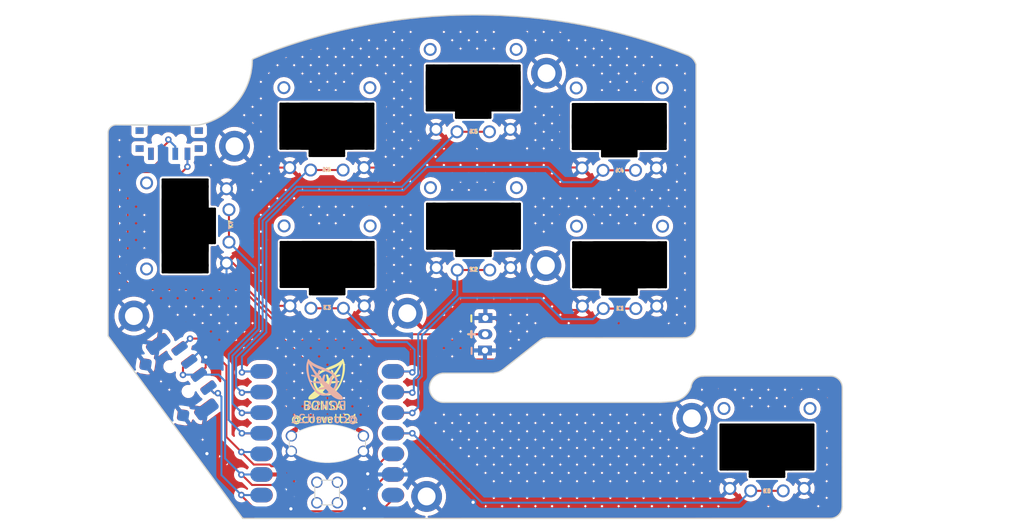
<source format=kicad_pcb>
(kicad_pcb (version 20240108) (generator "pcbnew") (generator_version "8.0")
  (title_block (title "Bonsai") (date "2024-07-03") (rev "v1") (company "Sprinkle"))
  (layers (0 "F.Cu" signal) (31 "B.Cu" signal) (34 "B.Paste" user) (35 "F.Paste" user) (36 "B.SilkS" user "B.Silkscreen") (37 "F.SilkS" user "F.Silkscreen") (38 "B.Mask" user) (39 "F.Mask" user) (44 "Edge.Cuts" user))
  (net 0 "")
  (net 1 "K5")
  (net 2 "GND")
  (net 3 "K6")
  (net 4 "K7")
  (net 5 "K1")
  (net 6 "K0")
  (net 7 "K2")
  (net 8 "K3")
  (net 9 "K4")
  (net 10 "Bat+")
  (net 11 "RAW")
  (net 12 "F1")
  (net 13 "F2")
  (net 14 "F3")
  (footprint "pg1232:pg1232-R" (layer "F.Cu") (at 40.5664 44.389)
    (property "Reference" "REF**" (hide yes))
    (property "Value" "pg1232-R")
  )
  (footprint "pg1232:pg1232-R" (layer "F.Cu") (at 76.5664 27.389)
    (property "Reference" "REF**" (hide yes))
    (property "Value" "pg1232-R")
  )
  (footprint "Button_Switch_SMD:SW_SPDT_PCM12" (layer "F.Cu") (at 21.1 29.325 180)
    (property "Reference" "REF**")
    (property "Value" "SW_SPDT_PCM12")
  )
  (footprint "MountingHole:MountingHole_2.2mm_M2_DIN965_Pad" (layer "F.Cu") (at 67.525 44.525)
    (property "Reference" "REF**")
    (property "Value" "MountingHole_2.2mm_M2_DIN965_Pad")
  )
  (footprint "LOGO" (layer "F.Cu") (at 40.509897 58.529645)
    (property "Reference" "G***")
    (property "Value" "LOGO" (hide yes))
  )
  (footprint "pg1232:pg1232-R" (layer "F.Cu") (at 94.7664 66.889)
    (property "Reference" "REF**" (hide yes))
    (property "Value" "pg1232-R")
  )
  (footprint "MountingHole:MountingHole_2.2mm_M2_DIN965_Pad" (layer "F.Cu") (at 85.5 63.35)
    (property "Reference" "REF**")
    (property "Value" "MountingHole_2.2mm_M2_DIN965_Pad")
  )
  (footprint "footprints:SLLB510100" (layer "F.Cu") (at 23.098486 57.903767 126.4)
    (property "Reference" "REF**")
    (property "Value" "SLLB510100")
  )
  (footprint "MountingHole:MountingHole_2.2mm_M2_DIN965_Pad" (layer "F.Cu") (at 52.825 72.975)
    (property "Reference" "REF**")
    (property "Value" "MountingHole_2.2mm_M2_DIN965_Pad")
  )
  (footprint "pg1232:pg1232-R" (layer "F.Cu") (at 58.6 39.675)
    (property "Reference" "REF**" (hide yes))
    (property "Value" "pg1232-R")
  )
  (footprint "pg1232:pg1232-R" (layer "F.Cu") (at 40.5328 27.353)
    (property "Reference" "REF**" (hide yes))
    (property "Value" "pg1232-R")
  )
  (footprint "" (layer "F.Cu") (at 50.45 50.4)
    (property "Reference" "")
    (property "Value" "")
  )
  (footprint "footprints:JST_PH_S2B-PH-K_02x2.00mm_Angled" (layer "F.Cu") (at 60.0664 50.989 -90)
    (property "Reference" "REF**")
    (property "Value" "JST_PH_S2B-PH-K_02x2.00mm_Angled")
  )
  (footprint "MountingHole:MountingHole_2.2mm_M2_DIN965_Pad" (layer "F.Cu") (at 29.15 29.825)
    (property "Reference" "REF**")
    (property "Value" "MountingHole_2.2mm_M2_DIN965_Pad")
  )
  (footprint "MountingHole:MountingHole_2.2mm_M2_DIN965_Pad" (layer "F.Cu") (at 67.6 20.825)
    (property "Reference" "REF**")
    (property "Value" "MountingHole_2.2mm_M2_DIN965_Pad")
  )
  (footprint "MountingHole:MountingHole_2.2mm_M2_DIN965_Pad" (layer "F.Cu") (at 16.75 50.75)
    (property "Reference" "REF**")
    (property "Value" "MountingHole_2.2mm_M2_DIN965_Pad")
  )
  (footprint "pg1232:pg1232-R" (layer "F.Cu") (at 58.5664 22.639)
    (property "Reference" "REF**" (hide yes))
    (property "Value" "pg1232-R")
  )
  (footprint "pg1232:pg1232-R" (layer "F.Cu") (at 76.6 44.425)
    (property "Reference" "REF**" (hide yes))
    (property "Value" "pg1232-R")
  )
  (footprint "mcu:xiao-ble-smd-cutout" (layer "F.Cu") (at 40.59644 65.193 180)
    (property "Reference" "U?" (hide yes))
    (property "Value" "xiao-ble-thruhole" (hide yes))
    (fp_line (start 4.699 -1.7902) (end 4.699 -0.7488) (stroke (width 0.12)) (layer "Edge.Cuts"))
    (fp_line (start -4.699 -0.7488) (end -4.699 -1.7902) (stroke (width 0.12)) (layer "Edge.Cuts"))
    (fp_arc (start 4.699 -1.7902) (mid 4.095393 -1.872393) (end 4.0132 -2.476) (stroke (width 0.12)) (layer "Edge.Cuts"))
    (fp_arc (start 4.0132 -0.063) (mid 4.095393 -0.666607) (end 4.699 -0.7488) (stroke (width 0.12)) (layer "Edge.Cuts"))
    (fp_arc (start 4.013199 -0.063001) (mid 0 1.03721) (end -4.013199 -0.063001) (stroke (width 0.05)) (layer "Edge.Cuts"))
    (fp_arc (start -4.0132 -2.476) (mid 0 -3.582295) (end 4.0132 -2.476) (stroke (width 0.05)) (layer "Edge.Cuts"))
    (fp_arc (start -4.0132 -2.476) (mid -4.095391 -1.872391) (end -4.699 -1.7902) (stroke (width 0.12)) (layer "Edge.Cuts"))
    (fp_arc (start -4.699 -0.7488) (mid -4.095391 -0.666609) (end -4.0132 -0.063) (stroke (width 0.12)) (layer "Edge.Cuts"))
  )
  (footprint "pg1232:pg1232-R" (layer "F.Cu") (at 23.0664 39.639 90)
    (property "Reference" "REF**" (hide yes))
    (property "Value" "pg1232-R")
  )
  (footprint "LOGO" (layer "B.Cu") (at 40.25 58.55 180)
    (property "Reference" "G***")
    (property "Value" "LOGO" (hide yes))
  )
  (footprint "mcu:xiao-ble-smd-cutout" (layer "B.Cu") (at 40.5664 65.189)
    (property "Reference" "U?" (hide yes))
    (property "Value" "xiao-ble-thruhole" (hide yes))
    (fp_line (start -1.524 8.1402) (end -1.524 6.4638) (stroke (width 0.12)) (layer "Edge.Cuts"))
    (fp_line (start 0.8382 5.778) (end -0.8382 5.778) (stroke (width 0.12)) (layer "Edge.Cuts"))
    (fp_line (start 0.8382 8.826) (end -0.8382 8.826) (stroke (width 0.12)) (layer "Edge.Cuts"))
    (fp_line (start 1.524 8.1402) (end 1.524 6.4638) (stroke (width 0.12)) (layer "Edge.Cuts"))
    (fp_arc (start -1.524 8.1402) (mid -0.920391 8.222391) (end -0.8382 8.826) (stroke (width 0.12)) (layer "Edge.Cuts"))
    (fp_arc (start -0.8382 5.778) (mid -0.920391 6.381609) (end -1.524 6.4638) (stroke (width 0.12)) (layer "Edge.Cuts"))
    (fp_arc (start 0.8382 8.826) (mid 0.920393 8.222393) (end 1.524 8.1402) (stroke (width 0.12)) (layer "Edge.Cuts"))
    (fp_arc (start 1.524 6.4638) (mid 0.920393 6.381607) (end 0.8382 5.778) (stroke (width 0.12)) (layer "Edge.Cuts"))
  )
  (footprint "Button_Switch_SMD:SW_SPDT_PCM12" (layer "B.Cu") (at 21.100001 29.325)
    (property "Reference" "REF**")
    (property "Value" "SW_SPDT_PCM12")
  )
  (footprint "footprints:SLLB510100" (layer "B.Cu") (at 23.13239 57.93588 -53.6)
    (property "Reference" "REF**")
    (property "Value" "SLLB510100")
  )
  (footprint "footprints:JST_PH_S2B-PH-K_02x2.00mm_Angled" (layer "B.Cu") (at 60.0164 54.989 90)
    (property "Reference" "REF**")
    (property "Value" "JST_PH_S2B-PH-K_02x2.00mm_Angled")
  )
  (gr_arc (start 54.9664 61.389) (mid 53.1664 59.589) (end 54.9664 57.789) (stroke (width 0.15)) (layer "Edge.Cuts"))
  (gr_arc (start 102.583601 58.133601) (mid 103.620501 58.5631) (end 104.05 59.6) (stroke (width 0.15)) (layer "Edge.Cuts"))
  (gr_arc (start 31.341848 19.159238) (mid 29.483253 24.357947) (end 24.75 27.2) (stroke (width 0.15)) (layer "Edge.Cuts"))
  (gr_arc (start 86.029499 51.963099) (mid 85.6 53) (end 84.563099 53.429499) (stroke (width 0.15)) (layer "Edge.Cuts"))
  (gr_line (start 62.15 57.4) (end 61.7 57.65) (stroke (width 0.15)) (layer "Edge.Cuts"))
  (gr_arc (start 84.853758 18.540358) (mid 85.587618 19.007081) (end 86.029139 19.756374) (stroke (width 0.15)) (layer "Edge.Cuts"))
  (gr_line (start 61.05 57.789) (end 54.9664 57.789) (stroke (width 0.15)) (layer "Edge.Cuts"))
  (gr_line (start 81.5664 61.389) (end 54.9664 61.389) (stroke (width 0.15)) (layer "Edge.Cuts"))
  (gr_line (start 31.341848 19.159238) (end 31.45 19.05) (stroke (width 0.15)) (layer "Edge.Cuts"))
  (gr_line (start 104.05 59.6) (end 104.029499 74.213099) (stroke (width 0.15)) (layer "Edge.Cuts"))
  (gr_line (start 61.7 57.65) (end 61.05 57.789) (stroke (width 0.15)) (layer "Edge.Cuts"))
  (gr_line (start 31.45 19.05) (end 32.75 18.5) (stroke (width 0.15)) (layer "Edge.Cuts"))
  (gr_line (start 24.174552 27.229762) (end 24.75 27.2) (stroke (width 0.15)) (layer "Edge.Cuts"))
  (gr_line (start 84.563099 53.429499) (end 67.565721 53.43765) (stroke (width 0.15)) (layer "Edge.Cuts"))
  (gr_arc (start 13.5664 28.189) (mid 13.859293 27.481893) (end 14.5664 27.189) (stroke (width 0.15)) (layer "Edge.Cuts"))
  (gr_arc (start 32.75 18.5) (mid 58.805665 13.632087) (end 84.853758 18.540357) (stroke (width 0.15)) (layer "Edge.Cuts"))
  (gr_line (start 13.5664 53.189) (end 13.5664 28.189) (stroke (width 0.15)) (layer "Edge.Cuts"))
  (gr_arc (start 104.029499 74.213099) (mid 103.6 75.25) (end 102.563099 75.679499) (stroke (width 0.15)) (layer "Edge.Cuts"))
  (gr_line (start 67.565721 53.43765) (end 67.2 53.494083) (stroke (width 0.15)) (layer "Edge.Cuts"))
  (gr_line (start 66.9 53.65) (end 62.15 57.4) (stroke (width 0.15)) (layer "Edge.Cuts"))
  (gr_line (start 102.563099 75.679499) (end 30.1664 75.689) (stroke (width 0.15)) (layer "Edge.Cuts"))
  (gr_arc (start 85.412179 59.473559) (mid 85.886392 58.546667) (end 86.850086 58.152585) (stroke (width 0.15)) (layer "Edge.Cuts"))
  (gr_arc (start 85.412178 59.473559) (mid 84.509823 60.727429) (end 83.067799 61.281507) (stroke (width 0.15)) (layer "Edge.Cuts"))
  (gr_line (start 87.15 58.133601) (end 102.583601 58.133601) (stroke (width 0.15)) (layer "Edge.Cuts"))
  (gr_line (start 86.029139 19.756374) (end 86.029499 51.963099) (stroke (width 0.15)) (layer "Edge.Cuts"))
  (gr_line (start 67.2 53.494083) (end 66.9 53.65) (stroke (width 0.15)) (layer "Edge.Cuts"))
  (gr_line (start 86.850086 58.152585) (end 87.15 58.133601) (stroke (width 0.15)) (layer "Edge.Cuts"))
  (gr_line (start 81.5664 61.389) (end 83.067799 61.281508) (stroke (width 0.15)) (layer "Edge.Cuts"))
  (gr_line (start 13.5664 53.189) (end 30.1664 75.689) (stroke (width 0.15)) (layer "Edge.Cuts"))
  (gr_line (start 14.5664 27.189) (end 24.174552 27.229762) (stroke (width 0.15)) (layer "Edge.Cuts"))
  (gr_text "K5" (at 59.1 28.3 0) (layer "B.SilkS") (effects (font (size 0.5 0.5)) (justify left bottom mirror)))
  (gr_text "K6" (at 41 33 -0) (layer "B.SilkS") (effects (font (size 0.5 0.5)) (justify left bottom mirror)))
  (gr_text "K2" (at 59.1 45.3 0) (layer "B.SilkS") (effects (font (size 0.5 0.5)) (justify left bottom mirror)))
  (gr_text "BONSAI\n@corvett21" (at 40.225 64 -0) (layer "B.SilkS") (effects (font (size 1 1)) (justify bottom mirror)))
  (gr_text "-" (at 57.85 54.25 -90) (layer "B.SilkS") (effects (font (size 1 1) (thickness 0.25) (bold yes)) (justify left bottom)))
  (gr_text "K7" (at 29 39 90) (layer "B.SilkS") (effects (font (size 0.5 0.5)) (justify left bottom mirror)))
  (gr_text "+" (at 57.6 53.5 -0) (layer "B.SilkS") (effects (font (size 1 1) (thickness 0.25) (bold yes)) (justify left bottom)))
  (gr_text "K3" (at 41.1164 50 0) (layer "B.SilkS") (effects (font (size 0.5 0.5)) (justify left bottom mirror)))
  (gr_text "K4" (at 77.1 33.1 -0) (layer "B.SilkS") (effects (font (size 0.5 0.5)) (justify left bottom mirror)))
  (gr_text "K0" (at 95.3 72.6 0) (layer "B.SilkS") (effects (font (size 0.5 0.5)) (justify left bottom mirror)))
  (gr_text "K1" (at 77.2 50.1 0) (layer "B.SilkS") (effects (font (size 0.5 0.5)) (justify left bottom mirror)))
  (gr_text "K3" (at 40 50 0) (layer "F.SilkS") (effects (font (size 0.5 0.5)) (justify left bottom)))
  (gr_text "+" (at 59.1 53.5 0) (layer "F.SilkS") (effects (font (size 1 1) (thickness 0.25) (bold yes)) (justify left bottom mirror)))
  (gr_text "-" (at 58.85 50.25 90) (layer "F.SilkS") (effects (font (size 1 1) (thickness 0.25) (bold yes)) (justify left bottom mirror)))
  (gr_text "K0" (at 94.2 72.6 0) (layer "F.SilkS") (effects (font (size 0.5 0.5)) (justify left bottom)))
  (gr_text "K1" (at 76.1 50.1 0) (layer "F.SilkS") (effects (font (size 0.5 0.5)) (justify left bottom)))
  (gr_text "BONSAI\n@corvett21" (at 40.275 64 0) (layer "F.SilkS") (effects (font (size 1 1)) (justify bottom)))
  (gr_text "K5" (at 58.1 28.3 0) (layer "F.SilkS") (effects (font (size 0.5 0.5)) (justify left bottom)))
  (gr_text "K2" (at 58.1 45.3 0) (layer "F.SilkS") (effects (font (size 0.5 0.5)) (justify left bottom)))
  (gr_text "K6" (at 40 33 0) (layer "F.SilkS") (effects (font (size 0.5 0.5)) (justify left bottom)))
  (gr_text "K7" (at 29 40 90) (layer "F.SilkS") (effects (font (size 0.5 0.5)) (justify left bottom)))
  (gr_text "K4" (at 76.1 33.1 0) (layer "F.SilkS") (effects (font (size 0.5 0.5)) (justify left bottom)))
  (segment (start 30.1264 60.129) (end 30.0664 60.189) (width 0.25) (layer "F.Cu") (net 1))
  (segment (start 56.5664 28.039) (end 60.5664 28.039) (width 0.25) (layer "F.Cu") (net 1))
  (segment (start 32.02648 60.129) (end 30.1264 60.129) (width 0.25) (layer "F.Cu") (net 1))
  (via (at 30.0664 60.189) (size 0.8) (drill 0.4) (layers "F.Cu" "B.Cu") (net 1))
  (segment (start 36.794004 34.825) (end 49.7804 34.825) (width 0.25) (layer "B.Cu") (net 1))
  (segment (start 32.6164 52.561792) (end 32.6164 39.002604) (width 0.25) (layer "B.Cu") (net 1))
  (segment (start 30.1464 60.109) (end 30.0664 60.189) (width 0.25) (layer "B.Cu") (net 1))
  (segment (start 49.7804 34.825) (end 56.5664 28.039) (width 0.25) (layer "B.Cu") (net 1))
  (segment (start 29.3414 55.836792) (end 32.6164 52.561792) (width 0.25) (layer "B.Cu") (net 1))
  (segment (start 31.99644 60.109) (end 30.1464 60.109) (width 0.25) (layer "B.Cu") (net 1))
  (segment (start 29.3414 59.464) (end 29.3414 55.836792) (width 0.25) (layer "B.Cu") (net 1))
  (segment (start 30.0664 60.189) (end 29.3414 59.464) (width 0.25) (layer "B.Cu") (net 1))
  (segment (start 32.6164 39.002604) (end 36.794004 34.825) (width 0.25) (layer "B.Cu") (net 1))
  (segment (start 61.6 51.4) (end 61.6 54.8) (width 0.25) (layer "F.Cu") (net 2))
  (segment (start 45.1464 49.489) (end 45.1464 49.4536) (width 0.25) (layer "F.Cu") (net 2))
  (segment (start 37.7998 34.3) (end 35.9528 32.453) (width 0.25) (layer "F.Cu") (net 2))
  (segment (start 51.05 43.55) (end 52.795 43.55) (width 0.25) (layer "F.Cu") (net 2))
  (segment (start 45.2174 69.84) (end 35.66 69.84) (width 0.25) (layer "F.Cu") (net 2))
  (segment (start 55.92 46.675) (end 61.28 46.675) (width 0.25) (layer "F.Cu") (net 2))
  (segment (start 61.189 50.989) (end 61.6 51.4) (width 0.25) (layer "F.Cu") (net 2))
  (segment (start 66.466 50.989) (end 60.0664 50.989) (width 0.25) (layer "F.Cu") (net 2))
  (segment (start 58.551047 73.698953) (end 57.948953 73.698953) (width 0.25) (layer "F.Cu") (net 2))
  (segment (start 61.411 54.989) (end 60.0164 54.989) (width 0.25) (layer "F.Cu") (net 2))
  (segment (start 79.3854 34.25) (end 73.7474 34.25) (width 0.25) (layer "F.Cu") (net 2))
  (segment (start 74.245 51.75) (end 78.955 51.75) (width 0.25) (layer "F.Cu") (net 2))
  (segment (start 71.9364 32.439) (end 71.9864 32.489) (width 0.25) (layer "F.Cu") (net 2))
  (segment (start 52.3664 58.889) (end 56.2664 54.989) (width 0.25) (layer "F.Cu") (net 2))
  (segment (start 37.9724 51.475) (end 35.9864 49.489) (width 0.25) (layer "F.Cu") (net 2))
  (segment (start 53.9864 27.739) (end 55.7474 29.5) (width 0.25) (layer "F.Cu") (net 2))
  (segment (start 45.1464 49.4536) (end 51.05 43.55) (width 0.25) (layer "F.Cu") (net 2))
  (segment (start 61.28 46.675) (end 63.18 44.775) (width 0.25) (layer "F.Cu") (net 2))
  (segment (start 58.602094 73.75) (end 88.4254 73.75) (width 0.25) (layer "F.Cu") (net 2))
  (segment (start 71.545 50) (end 68.2025 50) (width 0.25) (layer "F.Cu") (net 2))
  (segment (start 45.1128 32.453) (end 49.2724 32.453) (width 0.25) (layer "F.Cu") (net 2))
  (segment (start 30.7724 32.453) (end 28.1664 35.059) (width 0.25) (layer "F.Cu") (net 2))
  (segment (start 67.7275 49.7275) (end 66.466 50.989) (width 0.25) (layer "F.Cu") (net 2))
  (segment (start 55.1554 56.1) (end 61.355 56.1) (width 0.25) (layer "F.Cu") (net 2))
  (segment (start 68.0177 32.439) (end 71.9364 32.439) (width 0.25) (layer "F.Cu") (net 2))
  (segment (start 28.969 44.219) (end 28.1664 44.219) (width 0.25) (layer "F.Cu") (net 2))
  (segment (start 56.2664 54.989) (end 60.0164 54.989) (width 0.25) (layer "F.Cu") (net 2))
  (segment (start 68.2025 50) (end 67.22625 49.02375) (width 0.25) (layer "F.Cu") (net 2))
  (segment (start 60.0664 50.989) (end 61.189 50.989) (width 0.25) (layer "F.Cu") (net 2))
  (segment (start 61.3854 29.5) (end 63.1464 27.739) (width 0.25) (layer "F.Cu") (net 2))
  (segment (start 45.5664 70.189) (end 45.2174 69.84) (width 0.25) (layer "F.Cu") (net 2))
  (segment (start 34.239 49.489) (end 28.969 44.219) (width 0.25) (layer "F.Cu") (net 2))
  (segment (start 45.1464 49.489) (end 43.1604 51.475) (width 0.25) (layer "F.Cu") (net 2))
  (segment (start 63.18 44.775) (end 63.18 44.9775) (width 0.25) (layer "F.Cu") (net 2))
  (segment (start 55.7474 29.5) (end 61.3854 29.5) (width 0.25) (layer "F.Cu") (net 2))
  (segment (start 58.551047 73.698953) (end 58.602094 73.75) (width 0.25) (layer "F.Cu") (net 2))
  (segment (start 52.3664 68.1164) (end 52.3664 58.889) (width 0.25) (layer "F.Cu") (net 2))
  (segment (start 25.6 57.075483) (end 24.738267 57.937216) (width 0.25) (layer "F.Cu") (net 2))
  (segment (start 57.948953 73.698953) (end 52.3664 68.1164) (width 0.25) (layer "F.Cu") (net 2))
  (segment (start 55.1527 56.1027) (end 55.1554 56.1) (width 0.25) (layer "F.Cu") (net 2))
  (segment (start 43.1604 51.475) (end 37.9724 51.475) (width 0.25) (layer "F.Cu") (net 2))
  (segment (start 49.2724 32.453) (end 53.9864 27.739) (width 0.25) (layer "F.Cu") (net 2))
  (segment (start 97.4854 73.85) (end 99.3464 71.989) (width 0.25) (layer "F.Cu") (net 2))
  (segment (start 35.66 69.84) (end 35.227 70.273) (width 0.25) (layer "F.Cu") (net 2))
  (segment (start 63.1464 27.739) (end 63.3177 27.739) (width 0.25) (layer "F.Cu") (net 2))
  (segment (start 28.1664 35.059) (end 30.35 37.2426) (width 0.25) (layer "F.Cu") (net 2))
  (segment (start 72.02 49.525) (end 74.245 51.75) (width 0.25) (layer "F.Cu") (net 2))
  (segment (start 30.35 37.2426) (end 30.35 42.0354) (width 0.25) (layer "F.Cu") (net 2))
  (segment (start 32.02648 70.289) (end 32.47548 69.84) (width 0.25) (layer "F.Cu") (net 2))
  (segment (start 61.6 54.8) (end 61.411 54.989) (width 0.25) (layer "F.Cu") (net 2))
  (segment (start 63.3177 27.739) (end 68.0177 32.439) (width 0.25) (layer "F.Cu") (net 2))
  (segment (start 73.7474 34.25) (end 71.9864 32.489) (width 0.25) (layer "F.Cu") (net 2))
  (segment (start 61.355 56.1) (end 66.466 50.989) (width 0.25) (layer "F.Cu") (net 2))
  (segment (start 45.1128 32.453) (end 43.2658 34.3) (width 0.25) (layer "F.Cu") (net 2))
  (segment (start 63.18 44.9775) (end 67.7275 49.525) (width 0.25) (layer "F.Cu") (net 2))
  (segment (start 25.6 55.8) (end 25.6 57.075483) (width 0.25) (layer "F.Cu") (net 2))
  (segment (start 81.1464 32.489) (end 79.3854 34.25) (width 0.25) (layer "F.Cu") (net 2))
  (segment (start 43.2658 34.3) (end 37.7998 34.3) (width 0.25) (layer "F.Cu") (net 2))
  (segment (start 54.02 44.775) (end 55.92 46.675) (width 0.25) (layer "F.Cu") (net 2))
  (segment (start 52.795 43.55) (end 54.02 44.775) (width 0.25) (layer "F.Cu") (net 2))
  (segment (start 35.227 70.273) (end 32.02648 70.273) (width 0.25) (layer "F.Cu") (net 2))
  (segment (start 92.0474 73.85) (end 97.4854 73.85) (width 0.25) (layer "F.Cu") (net 2))
  (segment (start 78.955 51.75) (end 81.18 49.525) (width 0.25) (layer "F.Cu") (net 2))
  (segment (start 67.7275 49.525) (end 67.7275 49.7275) (width 0.25) (layer "F.Cu") (net 2))
  (segment (start 35.9864 49.489) (end 34.239 49.489) (width 0.25) (layer "F.Cu") (net 2))
  (segment (start 90.1864 71.989) (end 92.0474 73.85) (width 0.25) (layer "F.Cu") (net 2))
  (segment (start 30.35 42.0354) (end 28.1664 44.219) (width 0.25) (layer "F.Cu") (net 2))
  (segment (start 88.4254 73.75) (end 90.1864 71.989) (width 0.25) (layer "F.Cu") (net 2))
  (segment (start 72.02 49.525) (end 71.545 50) (width 0.25) (layer "F.Cu") (net 2))
  (segment (start 35.9528 32.453) (end 30.7724 32.453) (width 0.25) (layer "F.Cu") (net 2))
  (via (at 36.1 74.5) (size 0.8) (drill 0.4) (layers "F.Cu" "B.Cu") (net 2))
  (via (at 25.75 67.7) (size 0.8) (drill 0.4) (layers "F.Cu" "B.Cu") (net 2))
  (via (at 25.6 55.8) (size 0.8) (drill 0.4) (layers "F.Cu" "B.Cu") (net 2))
  (via (at 45.15 74.45) (size 0.8) (drill 0.4) (layers "F.Cu" "B.Cu") (net 2))
  (via (at 45.5664 70.189) (size 0.8) (drill 0.4) (layers "F.Cu" "B.Cu") (net 2))
  (via (at 58.551047 73.698953) (size 0.8) (drill 0.4) (layers "F.Cu" "B.Cu") (net 2))
  (segment (start 50.10536 69.3) (end 49.13636 70.269) (width 0.25) (layer "B.Cu") (net 2))
  (segment (start 26.072441 55.327559) (end 25.6 55.8) (width 0.25) (layer "B.Cu") (net 2))
  (segment (start 36.677678 68.072322) (end 37.855356 69.25) (width 0.25) (layer "B.Cu") (net 2))
  (segment (start 37.855356 69.25) (end 43.4 69.25) (width 0.25) (layer "B.Cu") (net 2))
  (segment (start 36.1214 67.411) (end 36.1214 67.516043) (width 0.25) (layer "B.Cu") (net 2))
  (segment (start 45.04144 67.60856) (end 45.04144 67.415) (width 0.25) (layer "B.Cu") (net 2))
  (segment (start 54.1 69.3) (end 50.10536 69.3) (width 0.25) (layer "B.Cu") (net 2))
  (segment (start 49.13636 70.269) (end 45.6464 70.269) (width 0.25) (layer "B.Cu") (net 2))
  (segment (start 43.4 69.25) (end 44.05 68.6) (width 0.25) (layer "B.Cu") (net 2))
  (segment (start 44.05 68.6) (end 45.5664 70.1164) (width 0.25) (layer "B.Cu") (net 2))
  (segment (start 36.15144 67.415) (end 36.15144 67.546084) (width 0.25) (layer "B.Cu") (net 2))
  (segment (start 44.05 68.6) (end 45.04144 67.60856) (width 0.25) (layer "B.Cu") (net 2))
  (segment (start 28.1664 44.219) (end 28.1664 51.778483) (width 0.25) (layer "B.Cu") (net 2))
  (segment (start 58.551047 73.698953) (end 58.498953 73.698953) (width 0.25) (layer "B.Cu") (net 2))
  (segment (start 36.1214 67.516043) (end 36.677678 68.072322) (width 0.25) (layer "B.Cu") (net 2))
  (segment (start 26.072441 53.872441) (end 23.585337 56.359546) (width 0.25) (layer "B.Cu") (net 2))
  (segment (start 45.5664 70.1164) (end 45.5664 70.189) (width 0.25) (layer "B.Cu") (net 2))
  (segment (start 45.6464 70.269) (end 45.5664 70.189) (width 0.25) (layer "B.Cu") (net 2))
  (segment (start 36.15144 67.546084) (end 36.677678 68.072322) (width 0.25) (layer "B.Cu") (net 2))
  (segment (start 28.1664 51.778483) (end 26.072441 53.872441) (width 0.25) (layer "B.Cu") (net 2))
  (segment (start 26.072441 53.872441) (end 26.072441 55.327559) (width 0.25) (layer "B.Cu") (net 2))
  (segment (start 58.498953 73.698953) (end 54.1 69.3) (width 0.25) (layer "B.Cu") (net 2))
  (segment (start 38.5328 32.753) (end 42.5328 32.753) (width 0.25) (layer "F.Cu") (net 3))
  (segment (start 32.02648 62.669) (end 30.0864 62.669) (width 0.25) (layer "F.Cu") (net 3))
  (segment (start 30.0864 62.669) (end 30.0664 62.689) (width 0.25) (layer "F.Cu") (net 3))
  (via (at 30.0664 62.689) (size 0.8) (drill 0.4) (layers "F.Cu" "B.Cu") (net 3))
  (segment (start 30.0664 62.689) (end 28.8914 61.514) (width 0.25) (layer "B.Cu") (net 3))
  (segment (start 30.1064 62.649) (end 30.0664 62.689) (width 0.25) (layer "B.Cu") (net 3))
  (segment (start 32.1664 52.375396) (end 32.1664 38.816208) (width 0.25) (layer "B.Cu") (net 3))
  (segment (start 28.8914 61.514) (end 28.8914 55.650396) (width 0.25) (layer "B.Cu") (net 3))
  (segment (start 32.1664 38.816208) (end 38.229608 32.753) (width 0.25) (layer "B.Cu") (net 3))
  (segment (start 31.99644 62.649) (end 30.1064 62.649) (width 0.25) (layer "B.Cu") (net 3))
  (segment (start 28.8914 55.650396) (end 32.1664 52.375396) (width 0.25) (layer "B.Cu") (net 3))
  (segment (start 38.229608 32.753) (end 38.5328 32.753) (width 0.25) (layer "B.Cu") (net 3))
  (segment (start 32.02648 65.209) (end 30.0864 65.209) (width 0.25) (layer "F.Cu") (net 4))
  (segment (start 30.0864 65.209) (end 30.0664 65.189) (width 0.25) (layer "F.Cu") (net 4))
  (segment (start 28.4664 37.639) (end 28.4664 41.639) (width 0.25) (layer "F.Cu") (net 4))
  (via (at 30.0664 65.189) (size 0.8) (drill 0.4) (layers "F.Cu" "B.Cu") (net 4))
  (segment (start 31.7164 44.889) (end 28.4664 41.639) (width 0.25) (layer "B.Cu") (net 4))
  (segment (start 31.7164 52.189) (end 31.7164 44.889) (width 0.25) (layer "B.Cu") (net 4))
  (segment (start 28.4414 63.564) (end 28.4414 55.464) (width 0.25) (layer "B.Cu") (net 4))
  (segment (start 31.99644 65.189) (end 30.0664 65.189) (width 0.25) (layer "B.Cu") (net 4))
  (segment (start 30.0664 65.189) (end 28.4414 63.564) (width 0.25) (layer "B.Cu") (net 4))
  (segment (start 28.4414 55.464) (end 31.7164 52.189) (width 0.25) (layer "B.Cu") (net 4))
  (segment (start 74.6 49.825) (end 78.6 49.825) (width 0.25) (layer "F.Cu") (net 5))
  (segment (start 49.1664 62.669) (end 51.0464 62.669) (width 0.25) (layer "F.Cu") (net 5))
  (segment (start 51.0464 62.669) (end 51.0664 62.689) (width 0.25) (layer "F.Cu") (net 5))
  (via (at 51.0664 62.689) (size 0.8) (drill 0.4) (layers "F.Cu" "B.Cu") (net 5))
  (segment (start 51.7914 58.625701) (end 52.2414 58.175701) (width 0.25) (layer "B.Cu") (net 5))
  (segment (start 66.882198 48.507198) (end 69.5 51.125) (width 0.25) (layer "B.Cu") (net 5))
  (segment (start 51.0664 62.689) (end 51.7914 61.964) (width 0.25) (layer "B.Cu") (net 5))
  (segment (start 51.7914 61.964) (end 51.7914 58.625701) (width 0.25) (layer "B.Cu") (net 5))
  (segment (start 51.0264 62.649) (end 51.0664 62.689) (width 0.25) (layer "B.Cu") (net 5))
  (segment (start 73.3 51.125) (end 74.6 49.825) (width 0.25) (layer "B.Cu") (net 5))
  (segment (start 56.884598 48.507198) (end 66.882198 48.507198) (width 0.25) (layer "B.Cu") (net 5))
  (segment (start 69.5 51.125) (end 73.3 51.125) (width 0.25) (layer "B.Cu") (net 5))
  (segment (start 52.2414 53.150396) (end 56.884598 48.507198) (width 0.25) (layer "B.Cu") (net 5))
  (segment (start 49.13636 62.649) (end 51.0264 62.649) (width 0.25) (layer "B.Cu") (net 5))
  (segment (start 52.2414 58.175701) (end 52.2414 53.150396) (width 0.25) (layer "B.Cu") (net 5))
  (segment (start 92.7664 72.289) (end 96.7664 72.289) (width 0.25) (layer "F.Cu") (net 6))
  (segment (start 51.0464 65.209) (end 51.0664 65.189) (width 0.25) (layer "F.Cu") (net 6))
  (segment (start 49.1664 65.209) (end 51.0464 65.209) (width 0.25) (layer "F.Cu") (net 6))
  (via (at 51.0664 65.189) (size 0.8) (drill 0.4) (layers "F.Cu" "B.Cu") (net 6))
  (segment (start 51.0664 65.189) (end 59.6274 73.75) (width 0.25) (layer "B.Cu") (net 6))
  (segment (start 59.6274 73.75) (end 91.3054 73.75) (width 0.25) (layer "B.Cu") (net 6))
  (segment (start 91.3054 73.75) (end 92.7664 72.289) (width 0.25) (layer "B.Cu") (net 6))
  (segment (start 49.13636 65.189) (end 51.0664 65.189) (width 0.25) (layer "B.Cu") (net 6))
  (segment (start 49.1664 60.129) (end 51.0064 60.129) (width 0.25) (layer "F.Cu") (net 7))
  (segment (start 51.0064 60.129) (end 51.0664 60.189) (width 0.25) (layer "F.Cu") (net 7))
  (segment (start 56.6 45.075) (end 60.6 45.075) (width 0.25) (layer "F.Cu") (net 7))
  (via (at 51.0664 60.189) (size 0.8) (drill 0.4) (layers "F.Cu" "B.Cu") (net 7))
  (segment (start 51.7914 52.964) (end 56.6 48.1554) (width 0.25) (layer "B.Cu") (net 7))
  (segment (start 51.0664 60.189) (end 51.25 60.0054) (width 0.25) (layer "B.Cu") (net 7))
  (segment (start 51.7914 57.989305) (end 51.7914 52.964) (width 0.25) (layer "B.Cu") (net 7))
  (segment (start 56.6 48.1554) (end 56.6 45.075) (width 0.25) (layer "B.Cu") (net 7))
  (segment (start 50.9864 60.109) (end 51.0664 60.189) (width 0.25) (layer "B.Cu") (net 7))
  (segment (start 49.13636 60.109) (end 50.9864 60.109) (width 0.25) (layer "B.Cu") (net 7))
  (segment (start 51.25 58.530705) (end 51.7914 57.989305) (width 0.25) (layer "B.Cu") (net 7))
  (segment (start 51.25 60.0054) (end 51.25 58.530705) (width 0.25) (layer "B.Cu") (net 7))
  (segment (start 38.5664 49.789) (end 42.5664 49.789) (width 0.25) (layer "F.Cu") (net 8))
  (segment (start 50.9664 57.589) (end 51.0664 57.689) (width 0.25) (layer "F.Cu") (net 8))
  (segment (start 49.1664 57.589) (end 50.9664 57.589) (width 0.25) (layer "F.Cu") (net 8))
  (via (at 51.0664 57.689) (size 0.8) (drill 0.4) (layers "F.Cu" "B.Cu") (net 8))
  (segment (start 49.13636 57.569) (end 50.9464 57.569) (width 0.25) (layer "B.Cu") (net 8))
  (segment (start 51.3414 57.414) (end 51.3414 54.8914) (width 0.25) (layer "B.Cu") (net 8))
  (segment (start 51.3414 54.8914) (end 50.4 53.95) (width 0.25) (layer "B.Cu") (net 8))
  (segment (start 50.9464 57.569) (end 51.0664 57.689) (width 0.25) (layer "B.Cu") (net 8))
  (segment (start 46.7274 53.95) (end 42.5664 49.789) (width 0.25) (layer "B.Cu") (net 8))
  (segment (start 51.0664 57.689) (end 51.3414 57.414) (width 0.25) (layer "B.Cu") (net 8))
  (segment (start 50.4 53.95) (end 46.7274 53.95) (width 0.25) (layer "B.Cu") (net 8))
  (segment (start 74.5664 32.789) (end 78.5664 32.789) (width 0.25) (layer "F.Cu") (net 9))
  (segment (start 30.1664 57.589) (end 30.0664 57.689) (width 0.25) (layer "F.Cu") (net 9))
  (segment (start 32.02648 57.589) (end 30.1664 57.589) (width 0.25) (layer "F.Cu") (net 9))
  (via (at 30.0664 57.689) (size 0.8) (drill 0.4) (layers "F.Cu" "B.Cu") (net 9))
  (segment (start 30.0664 57.689) (end 30.0664 55.748188) (width 0.25) (layer "B.Cu") (net 9))
  (segment (start 36.9804 35.275) (end 49.966796 35.275) (width 0.25) (layer "B.Cu") (net 9))
  (segment (start 33.0664 52.748188) (end 33.0664 39.189) (width 0.25) (layer "B.Cu") (net 9))
  (segment (start 69.625 34.25) (end 73.1054 34.25) (width 0.25) (layer "B.Cu") (net 9))
  (segment (start 30.1864 57.569) (end 30.0664 57.689) (width 0.25) (layer "B.Cu") (net 9))
  (segment (start 33.0664 39.189) (end 36.9804 35.275) (width 0.25) (layer "B.Cu") (net 9))
  (segment (start 49.966796 35.275) (end 52.866796 32.375) (width 0.25) (layer "B.Cu") (net 9))
  (segment (start 67.75 32.375) (end 69.625 34.25) (width 0.25) (layer "B.Cu") (net 9))
  (segment (start 73.1054 34.25) (end 74.5664 32.789) (width 0.25) (layer "B.Cu") (net 9))
  (segment (start 31.99644 57.569) (end 30.1864 57.569) (width 0.25) (layer "B.Cu") (net 9))
  (segment (start 52.866796 32.375) (end 67.75 32.375) (width 0.25) (layer "B.Cu") (net 9))
  (segment (start 30.0664 55.748188) (end 33.0664 52.748188) (width 0.25) (layer "B.Cu") (net 9))
  (segment (start 18 47) (end 16 45) (width 0.25) (layer "F.Cu") (net 10))
  (segment (start 22.7 33) (end 23.35 32.35) (width 0.25) (layer "F.Cu") (net 10))
  (segment (start 36.300004 52.989) (end 30.311004 47) (width 0.25) (layer "F.Cu") (net 10))
  (segment (start 16 45) (end 16 34) (width 0.25) (layer "F.Cu") (net 10))
  (segment (start 30.311004 47) (end 18 47) (width 0.25) (layer "F.Cu") (net 10))
  (segment (start 17 33) (end 22.7 33) (width 0.25) (layer "F.Cu") (net 10))
  (segment (start 16 34) (end 17 33) (width 0.25) (layer "F.Cu") (net 10))
  (segment (start 23.35 30.755) (end 23.35 32.35) (width 0.25) (layer "F.Cu") (net 10))
  (segment (start 60.0164 52.989) (end 36.300004 52.989) (width 0.25) (layer "F.Cu") (net 10))
  (via (at 23.35 32.35) (size 0.8) (drill 0.4) (layers "F.Cu" "B.Cu") (net 10))
  (segment (start 23.35 32.35) (end 23.35 30.755001) (width 0.25) (layer "B.Cu") (net 10))
  (segment (start 23.35 30.755001) (end 23.350001 30.755) (width 0.25) (layer "B.Cu") (net 10))
  (segment (start 21 29.25) (end 20.349999 29.900001) (width 0.25) (layer "F.Cu") (net 11))
  (segment (start 42.615483 62.975) (end 38.31044 62.975) (width 0.25) (layer "F.Cu") (net 11))
  (segment (start 18.954999 32.55) (end 20.349999 31.155) (width 0.25) (layer "F.Cu") (net 11))
  (segment (start 17.813604 47.45) (end 15.55 45.186396) (width 0.25) (layer "F.Cu") (net 11))
  (segment (start 20.349999 29.900001) (end 20.349999 30.755) (width 0.25) (layer "F.Cu") (net 11))
  (segment (start 16.813604 32.55) (end 18.954999 32.55) (width 0.25) (layer "F.Cu") (net 11))
  (segment (start 45.04144 65.506) (end 45.04144 65.400957) (width 0.25) (layer "F.Cu") (net 11))
  (segment (start 40.6 62.975) (end 40.6 57.925392) (width 0.25) (layer "F.Cu") (net 11))
  (segment (start 20.349999 31.155) (end 20.349999 30.755) (width 0.25) (layer "F.Cu") (net 11))
  (segment (start 45.04144 65.400957) (end 42.615483 62.975) (width 0.25) (layer "F.Cu") (net 11))
  (segment (start 36.1214 65.16404) (end 38.31044 62.975) (width 0.25) (layer "F.Cu") (net 11))
  (segment (start 15.55 45.186396) (end 15.55 33.813604) (width 0.25) (layer "F.Cu") (net 11))
  (segment (start 30.124608 47.45) (end 17.813604 47.45) (width 0.25) (layer "F.Cu") (net 11))
  (segment (start 15.55 33.813604) (end 16.813604 32.55) (width 0.25) (layer "F.Cu") (net 11))
  (segment (start 38.31044 62.975) (end 40.6 62.975) (width 0.25) (layer "F.Cu") (net 11))
  (segment (start 40.6 57.925392) (end 30.124608 47.45) (width 0.25) (layer "F.Cu") (net 11))
  (segment (start 21 29) (end 21 29.25) (width 0.25) (layer "F.Cu") (net 11))
  (via (at 21 29) (size 0.8) (drill 0.4) (layers "F.Cu" "B.Cu") (net 11))
  (segment (start 21.850002 29.850002) (end 21.850002 30.755001) (width 0.25) (layer "B.Cu") (net 11))
  (segment (start 21 29) (end 21.850002 29.850002) (width 0.25) (layer "B.Cu") (net 11))
  (segment (start 26.628101 60.25) (end 25.925105 59.547004) (width 0.25) (layer "F.Cu") (net 12))
  (segment (start 30 72.875) (end 30 72.8) (width 0.25) (layer "F.Cu") (net 12))
  (segment (start 49.1664 72.829) (end 46.7409 75.2545) (width 0.25) (layer "F.Cu") (net 12))
  (segment (start 32.3795 75.2545) (end 30 72.875) (width 0.25) (layer "F.Cu") (net 12))
  (segment (start 46.7409 75.2545) (end 32.3795 75.2545) (width 0.25) (layer "F.Cu") (net 12))
  (segment (start 27.1 60.25) (end 26.628101 60.25) (width 0.25) (layer "F.Cu") (net 12))
  (via (at 30 72.8) (size 0.8) (drill 0.4) (layers "F.Cu" "B.Cu") (net 12))
  (via (at 27.1 60.25) (size 0.8) (drill 0.4) (layers "F.Cu" "B.Cu") (net 12))
  (segment (start 27.1 60.25) (end 26.62989 60.25) (width 0.25) (layer "B.Cu") (net 12))
  (segment (start 30 72.8) (end 30.009 72.809) (width 0.25) (layer "B.Cu") (net 12))
  (segment (start 30.009 72.809) (end 31.99644 72.809) (width 0.25) (layer "B.Cu") (net 12))
  (segment (start 27.5414 60.6914) (end 27.5414 70.3414) (width 0.25) (layer "B.Cu") (net 12))
  (segment (start 26.62989 60.25) (end 25.959009 59.579119) (width 0.25) (layer "B.Cu") (net 12))
  (segment (start 27.5414 70.3414) (end 30 72.8) (width 0.25) (layer "B.Cu") (net 12))
  (segment (start 27.1 60.25) (end 27.5414 60.6914) (width 0.25) (layer "B.Cu") (net 12))
  (segment (start 22.8 58) (end 22.8 57.078858) (width 0.25) (layer "F.Cu") (net 13))
  (segment (start 31.31 71.56) (end 30.05 70.3) (width 0.25) (layer "F.Cu") (net 13))
  (segment (start 22.8 57.078858) (end 23.551429 56.327429) (width 0.25) (layer "F.Cu") (net 13))
  (segment (start 47.936 70.289) (end 43.4205 74.8045) (width 0.25) (layer "F.Cu") (net 13))
  (segment (start 49.1664 70.289) (end 47.936 70.289) (width 0.25) (layer "F.Cu") (net 13))
  (segment (start 43.4205 74.8045) (end 37.7045 74.8045) (width 0.25) (layer "F.Cu") (net 13))
  (segment (start 37.7045 74.8045) (end 34.46 71.56) (width 0.25) (layer "F.Cu") (net 13))
  (segment (start 34.46 71.56) (end 31.31 71.56) (width 0.25) (layer "F.Cu") (net 13))
  (segment (start 30.05 70.3) (end 30 70.3) (width 0.25) (layer "F.Cu") (net 13))
  (via (at 22.8 58) (size 0.8) (drill 0.4) (layers "F.Cu" "B.Cu") (net 13))
  (via (at 30 70.3) (size 0.8) (drill 0.4) (layers "F.Cu" "B.Cu") (net 13))
  (segment (start 24.77217 57.969327) (end 22.830673 57.969327) (width 0.25) (layer "B.Cu") (net 13))
  (segment (start 27.9914 68.2914) (end 27.9914 58.7664) (width 0.25) (layer "B.Cu") (net 13))
  (segment (start 30 70.3) (end 30.031 70.269) (width 0.25) (layer "B.Cu") (net 13))
  (segment (start 27.9914 58.7664) (end 27.194327 57.969327) (width 0.25) (layer "B.Cu") (net 13))
  (segment (start 27.194327 57.969327) (end 24.77217 57.969327) (width 0.25) (layer "B.Cu") (net 13))
  (segment (start 30 70.3) (end 27.9914 68.2914) (width 0.25) (layer "B.Cu") (net 13))
  (segment (start 22.830673 57.969327) (end 22.8 58) (width 0.25) (layer "B.Cu") (net 13))
  (segment (start 30.031 70.269) (end 31.99644 70.269) (width 0.25) (layer "B.Cu") (net 13))
  (segment (start 28.15 56.85) (end 28.15 65.65) (width 0.25) (layer "F.Cu") (net 14))
  (segment (start 31.523 69.048) (end 30 67.525) (width 0.25) (layer "F.Cu") (net 14))
  (segment (start 23.675 53.525) (end 24.825 53.525) (width 0.25) (layer "F.Cu") (net 14))
  (segment (start 23.675 53.525) (end 22.482359 54.717641) (width 0.25) (layer "F.Cu") (net 14))
  (segment (start 49.1664 67.749) (end 48.171 67.749) (width 0.25) (layer "F.Cu") (net 14))
  (segment (start 33.685892 69.25) (end 33.483892 69.048) (width 0.25) (layer "F.Cu") (net 14))
  (segment (start 30 67.525) (end 30 67.5) (width 0.25) (layer "F.Cu") (net 14))
  (segment (start 46.67 69.25) (end 33.685892 69.25) (width 0.25) (layer "F.Cu") (net 14))
  (segment (start 24.825 53.525) (end 28.15 56.85) (width 0.25) (layer "F.Cu") (net 14))
  (segment (start 22.482359 54.717641) (end 22.364591 54.717641) (width 0.25) (layer "F.Cu") (net 14))
  (segment (start 28.15 65.65) (end 30 67.5) (width 0.25) (layer "F.Cu") (net 14))
  (segment (start 33.483892 69.048) (end 31.523 69.048) (width 0.25) (layer "F.Cu") (net 14))
  (segment (start 48.171 67.749) (end 46.67 69.25) (width 0.25) (layer "F.Cu") (net 14))
  (via (at 30 67.5) (size 0.8) (drill 0.4) (layers "F.Cu" "B.Cu") (net 14))
  (via (at 23.675 53.525) (size 0.8) (drill 0.4) (layers "F.Cu" "B.Cu") (net 14))
  (segment (start 31.99644 67.729) (end 31.581095 67.729) (width 0.25) (layer "B.Cu") (net 14))
  (segment (start 31.352095 67.5) (end 30 67.5) (width 0.25) (layer "B.Cu") (net 14))
  (segment (start 22.450248 54.749752) (end 22.398491 54.749752) (width 0.25) (layer "B.Cu") (net 14))
  (segment (start 22.364591 54.715852) (end 22.398491 54.749752) (width 0.25) (layer "B.Cu") (net 14))
  (segment (start 31.581095 67.729) (end 31.352095 67.5) (width 0.25) (layer "B.Cu") (net 14))
  (segment (start 23.675 53.525) (end 22.450248 54.749752) (width 0.25) (layer "B.Cu") (net 14))
  (zone (net 2) (net_name "GND") (layers "F&B.Cu") (connect_pads (clearance 0.508)) (min_thickness 0.25) (fill yes (mode hatch) (thermal_gap 0.5) (thermal_bridge_width 0.5) (smoothing fillet) (radius 1) (hatch_thickness 1.2) (hatch_gap 0.25) (hatch_orientation 45) (hatch_smoothing_level 2) (hatch_smoothing_value 0.99) (hatch_border_algorithm hatch_thickness) (hatch_min_hole_area 0.3))
    (polygon (pts (xy 12.025 12.25) (xy 12.7 76.425) (xy 105.575 76.1) (xy 100.8 11.8)))
  )
)
</source>
